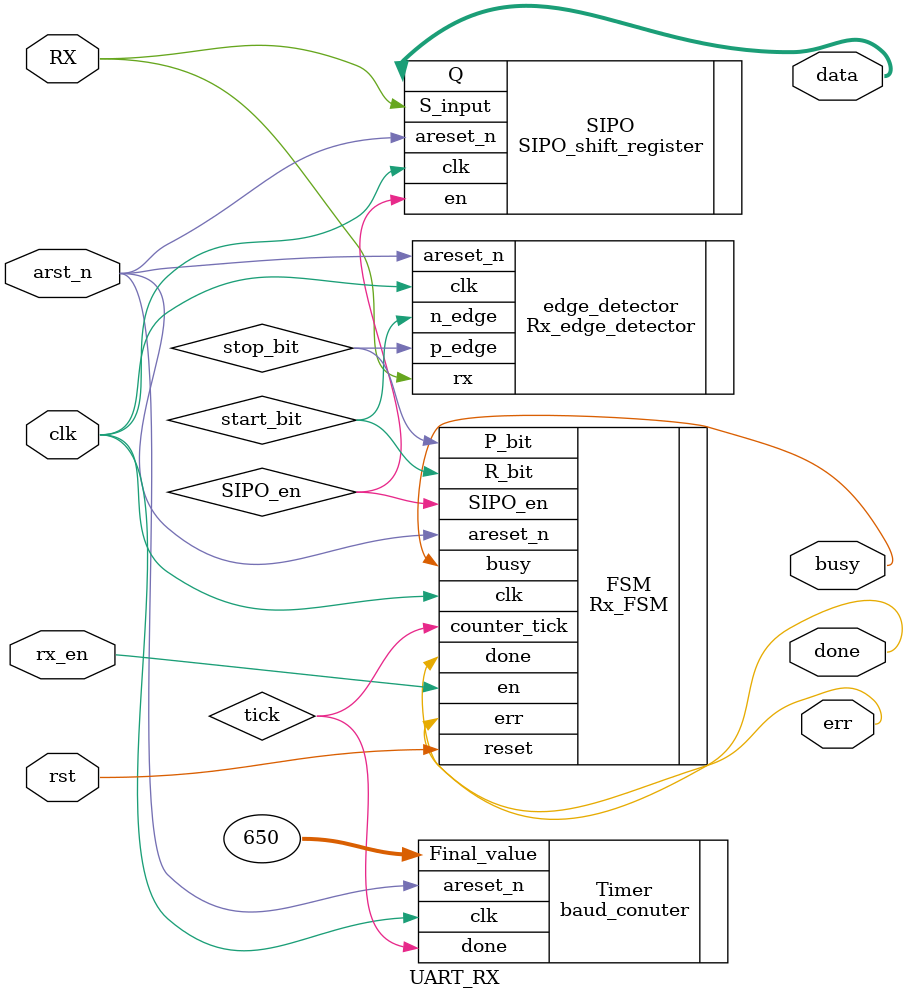
<source format=v>
module UART_RX
(
	input clk, arst_n, rst,
	input RX, rx_en,
	output done, err, busy,
	output [7:0] data
);
wire tick, start_bit, stop_bit, SIPO_en;
baud_conuter Timer 
(
	.clk(clk),
	.areset_n(arst_n),
	.Final_value(650),
	.done(tick)
);
Rx_edge_detector edge_detector
(
	.clk(clk),
	.areset_n(arst_n),
	.rx(RX),
	.n_edge(start_bit),
	.p_edge(stop_bit)
);
Rx_FSM FSM
(
	.clk(clk),
	.areset_n(arst_n),
	.reset(rst),
	.en(rx_en),
	.R_bit(start_bit),
	.P_bit(stop_bit),
	.counter_tick(tick),
	.SIPO_en(SIPO_en),
	.err(err),
	.busy(busy),
	.done(done)
);
SIPO_shift_register SIPO
(
	.clk(clk),
	.areset_n(arst_n),
	.en(SIPO_en),
	.S_input(RX),
	.Q(data)	
);
endmodule

</source>
